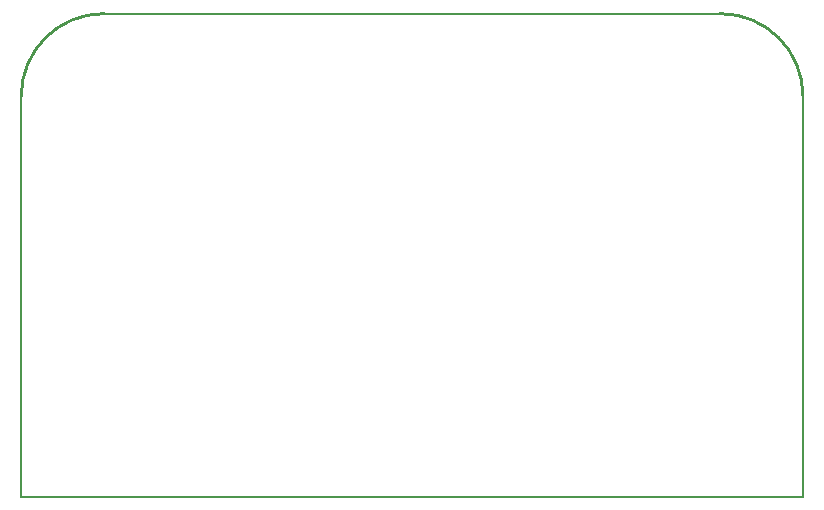
<source format=gko>
G04 Layer_Color=16711935*
%FSLAX44Y44*%
%MOMM*%
G71*
G01*
G75*
%ADD65C,0.2000*%
%ADD68C,0.2540*%
D65*
X0Y0D02*
X662000D01*
X0D02*
Y339000D01*
X70000Y409000D02*
X592000D01*
X662000Y0D02*
Y339000D01*
D68*
X70000Y409000D02*
G03*
X0Y339000I0J-70000D01*
G01*
X662000Y339000D02*
G03*
X592000Y409000I-70000J0D01*
G01*
M02*

</source>
